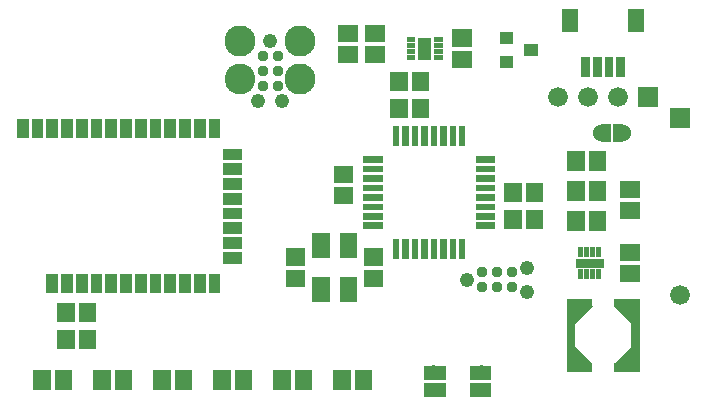
<source format=gbr>
G04 start of page 7 for group -4063 idx -4063 *
G04 Title: (unknown), componentmask *
G04 Creator: pcb 20140316 *
G04 CreationDate: Sun 30 Dec 2018 07:46:55 PM GMT UTC *
G04 For: railfan *
G04 Format: Gerber/RS-274X *
G04 PCB-Dimensions (mil): 2360.00 1310.00 *
G04 PCB-Coordinate-Origin: lower left *
%MOIN*%
%FSLAX25Y25*%
%LNTOPMASK*%
%ADD78R,0.0454X0.0454*%
%ADD77R,0.0414X0.0414*%
%ADD76R,0.0300X0.0300*%
%ADD75C,0.0600*%
%ADD74R,0.0400X0.0400*%
%ADD73R,0.0532X0.0532*%
%ADD72R,0.0296X0.0296*%
%ADD71R,0.0390X0.0390*%
%ADD70R,0.0290X0.0290*%
%ADD69R,0.0300X0.0300*%
%ADD68R,0.0257X0.0257*%
%ADD67R,0.0158X0.0158*%
%ADD66R,0.0217X0.0217*%
%ADD65R,0.0572X0.0572*%
%ADD64R,0.0473X0.0473*%
%ADD63C,0.0370*%
%ADD62C,0.0470*%
%ADD61C,0.0660*%
%ADD60C,0.0001*%
%ADD59C,0.0490*%
%ADD58C,0.1025*%
%ADD57C,0.1035*%
G54D57*X98500Y120500D03*
Y108000D03*
G54D58*X78500D03*
G54D57*Y120500D03*
G54D59*X88500D03*
X92500Y100500D03*
X84500D03*
G54D60*G36*
X211200Y105300D02*Y98700D01*
X217800D01*
Y105300D01*
X211200D01*
G37*
G54D61*X204500Y102000D03*
X194500D03*
X184500D03*
G54D59*X154000Y41000D03*
X174000Y45000D03*
Y37000D03*
G54D62*X143028Y10150D03*
X158972D03*
G54D60*G36*
X221700Y98300D02*Y91700D01*
X228300D01*
Y98300D01*
X221700D01*
G37*
G54D61*X225000Y36000D03*
G54D63*X159000Y38500D03*
X164000D03*
X169000D03*
G54D64*X157398Y4146D02*X159760D01*
X157398Y9854D02*X159760D01*
G54D63*X159000Y43500D03*
X164000D03*
X169000D03*
G54D65*X169457Y61393D02*Y60607D01*
X176543Y61393D02*Y60607D01*
Y70393D02*Y69607D01*
G54D66*X130477Y53434D02*Y49008D01*
G54D65*X122607Y41457D02*X123393D01*
X122607Y48543D02*X123393D01*
X105472Y39094D02*Y36339D01*
X114528Y39094D02*Y36339D01*
X96607Y41457D02*X97393D01*
G54D66*X133626Y53434D02*Y49008D01*
G54D65*X105472Y53661D02*Y50906D01*
X114528Y53661D02*Y50906D01*
X96607Y48543D02*X97393D01*
G54D66*X136776Y53434D02*Y49008D01*
G54D64*X142240Y9854D02*X144602D01*
X142240Y4146D02*X144602D01*
G54D66*X139925Y53434D02*Y49008D01*
X143075Y53434D02*Y49008D01*
X146225Y53434D02*Y49008D01*
X149374Y53434D02*Y49008D01*
X152524Y53434D02*Y49008D01*
G54D65*X208107Y63957D02*X208893D01*
X208107Y71043D02*X208893D01*
X208107Y50043D02*X208893D01*
X197543Y60893D02*Y60107D01*
X190457Y60893D02*Y60107D01*
G54D67*X194016Y43744D02*Y41972D01*
X195984Y43744D02*Y41972D01*
X197953Y43744D02*Y41972D01*
G54D65*X208107Y42957D02*X208893D01*
G54D67*X197953Y51028D02*Y49256D01*
X195984Y51028D02*Y49256D01*
X194016Y51028D02*Y49256D01*
X192047Y51028D02*Y49256D01*
G54D68*Y46500D02*X197953D01*
G54D69*X191870D02*X198130D01*
G54D67*X192047Y43744D02*Y41972D01*
G54D70*X188800Y33200D02*X194400D01*
G54D60*G36*
X187404Y28577D02*X193423Y34596D01*
X195969Y32050D01*
X189950Y26031D01*
X187404Y28577D01*
G37*
G36*
X188150Y33850D02*Y30250D01*
X191750D01*
Y33850D01*
X188150D01*
G37*
G54D70*X210200Y33200D02*Y11800D01*
X204600Y33200D02*X210200D01*
X204600Y11800D02*X210200D01*
G54D60*G36*
X205577Y34596D02*X211596Y28577D01*
X209050Y26031D01*
X203031Y32050D01*
X205577Y34596D01*
G37*
G36*
X207250Y33850D02*Y30250D01*
X210850D01*
Y33850D01*
X207250D01*
G37*
G36*
Y14750D02*Y11150D01*
X210850D01*
Y14750D01*
X207250D01*
G37*
G36*
X203031Y12950D02*X209050Y18969D01*
X211596Y16423D01*
X205577Y10404D01*
X203031Y12950D01*
G37*
G36*
X189950Y18969D02*X195969Y12950D01*
X193423Y10404D01*
X187404Y16423D01*
X189950Y18969D01*
G37*
G54D70*X188800Y33200D02*Y11800D01*
X194400D01*
G54D60*G36*
X188150Y14750D02*Y11150D01*
X191750D01*
Y14750D01*
X188150D01*
G37*
G54D65*X19543Y7893D02*Y7107D01*
X12457Y7893D02*Y7107D01*
X32457Y7893D02*Y7107D01*
X52457Y7893D02*Y7107D01*
X39543Y7893D02*Y7107D01*
X20457Y30393D02*Y29607D01*
X27543Y30393D02*Y29607D01*
X20457Y21393D02*Y20607D01*
X27543Y21393D02*Y20607D01*
X79543Y7893D02*Y7107D01*
X72457Y7893D02*Y7107D01*
X59543Y7893D02*Y7107D01*
X119543Y7893D02*Y7107D01*
X112457Y7893D02*Y7107D01*
X99543Y7893D02*Y7107D01*
X92457Y7893D02*Y7107D01*
G54D71*X15854Y40902D02*Y38500D01*
X20776Y40902D02*Y38500D01*
X25697Y40902D02*Y38500D01*
X30618Y40902D02*Y38500D01*
X35539Y40902D02*Y38500D01*
X40461Y40902D02*Y38500D01*
X45382Y40902D02*Y38500D01*
X50303Y40902D02*Y38500D01*
X55224Y40902D02*Y38500D01*
X60146Y40902D02*Y38500D01*
X65067Y40902D02*Y38500D01*
X69988Y40902D02*Y38500D01*
X74850Y48276D02*X77248D01*
X74850Y53197D02*X77248D01*
X74850Y58118D02*X77248D01*
X74850Y63039D02*X77248D01*
X74850Y67961D02*X77248D01*
X74850Y72882D02*X77248D01*
X74850Y77803D02*X77248D01*
X74850Y82724D02*X77248D01*
X69988Y92500D02*Y90098D01*
X65067Y92500D02*Y90098D01*
X60146Y92500D02*Y90098D01*
X55224Y92500D02*Y90098D01*
X50303Y92500D02*Y90098D01*
X45382Y92500D02*Y90098D01*
X40461Y92500D02*Y90098D01*
X35539Y92500D02*Y90098D01*
X30618Y92500D02*Y90098D01*
X25697Y92500D02*Y90098D01*
X20776Y92500D02*Y90098D01*
X15854Y92500D02*Y90098D01*
X10933Y92500D02*Y90098D01*
X6012Y92500D02*Y90098D01*
G54D72*X205406Y113870D02*Y110130D01*
X201469Y113870D02*Y110130D01*
X197531Y113870D02*Y110130D01*
X193594Y113870D02*Y110130D01*
G54D73*X210524Y128437D02*Y126075D01*
X188476Y128437D02*Y126075D01*
G54D74*X167000Y121400D02*X167600D01*
X167000Y113600D02*X167600D01*
X175200Y117500D02*X175800D01*
G54D75*X205900Y90000D03*
G54D76*X204400Y91500D02*Y88500D01*
G54D75*X199100Y90000D03*
G54D76*X200600Y91500D02*Y88500D01*
G54D65*X190457Y80893D02*Y80107D01*
X197543Y80893D02*Y80107D01*
X190457Y70893D02*Y70107D01*
X197543Y70893D02*Y70107D01*
G54D66*X158066Y58977D02*X162492D01*
X158066Y62126D02*X162492D01*
X158066Y65276D02*X162492D01*
X158066Y68425D02*X162492D01*
X158066Y71575D02*X162492D01*
X158066Y74725D02*X162492D01*
G54D65*X169457Y70393D02*Y69607D01*
G54D66*X120508Y81023D02*X124934D01*
X120508Y77874D02*X124934D01*
X120508Y74724D02*X124934D01*
X120508Y71575D02*X124934D01*
X120508Y68425D02*X124934D01*
X120508Y65275D02*X124934D01*
X120508Y62126D02*X124934D01*
X120508Y58976D02*X124934D01*
G54D65*X112607Y68957D02*X113393D01*
X112607Y76043D02*X113393D01*
G54D66*X158066Y77874D02*X162492D01*
X158066Y81024D02*X162492D01*
X152523Y90992D02*Y86566D01*
X149374Y90992D02*Y86566D01*
X146224Y90992D02*Y86566D01*
X143075Y90992D02*Y86566D01*
X139925Y90992D02*Y86566D01*
X136775Y90992D02*Y86566D01*
X133626Y90992D02*Y86566D01*
X130476Y90992D02*Y86566D01*
G54D65*X138543Y98393D02*Y97607D01*
X131457Y98393D02*Y97607D01*
X138543Y107393D02*Y106607D01*
X131457Y107393D02*Y106607D01*
X152107Y114457D02*X152893D01*
G54D67*X144035Y115047D02*X145217D01*
X144035Y117016D02*X145217D01*
X144035Y118984D02*X145217D01*
X144035Y120953D02*X145217D01*
G54D65*X152107Y121543D02*X152893D01*
G54D67*X134783Y120953D02*X135965D01*
X134783Y118984D02*X135965D01*
X134783Y117016D02*X135965D01*
X134783Y115047D02*X135965D01*
G54D77*X140000Y119378D02*Y116622D01*
G54D78*Y119378D02*Y116622D01*
G54D65*X123107Y115957D02*X123893D01*
X123107Y123043D02*X123893D01*
X114107Y115957D02*X114893D01*
X114107Y123043D02*X114893D01*
G54D63*X86000Y115500D03*
X91000D03*
X86000Y110500D03*
X91000D03*
X86000Y105500D03*
X91000D03*
M02*

</source>
